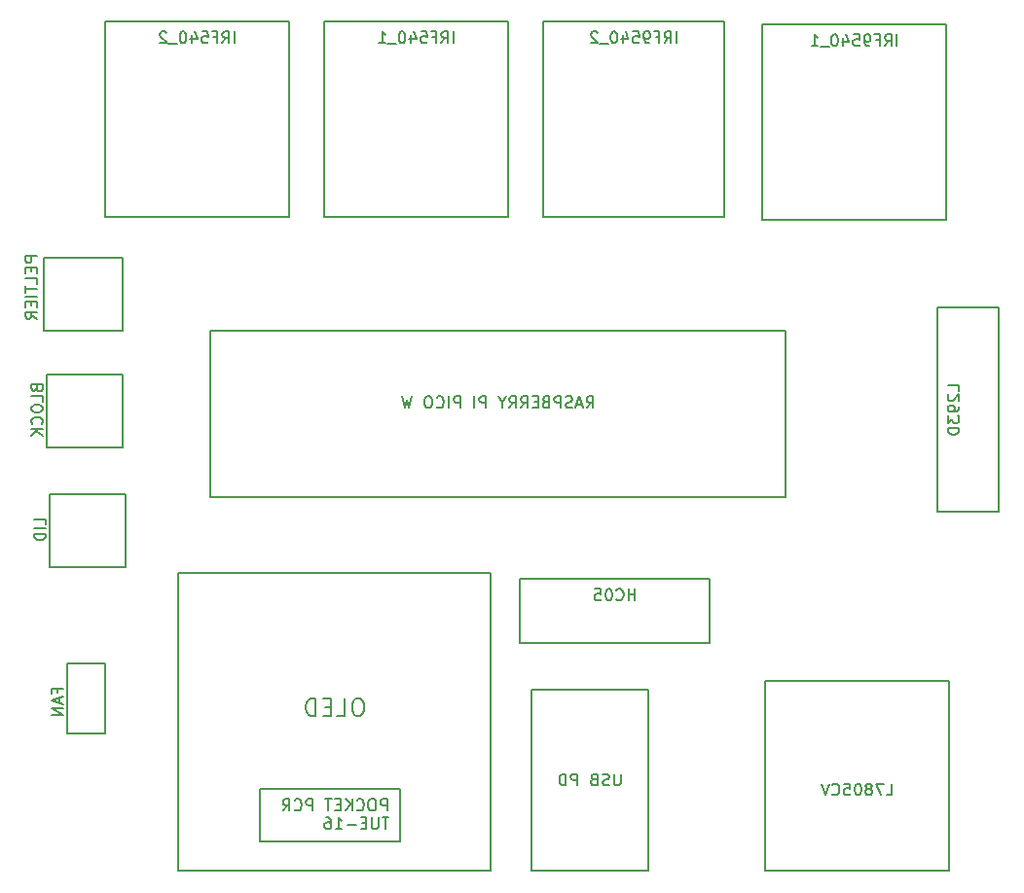
<source format=gbr>
%TF.GenerationSoftware,KiCad,Pcbnew,7.0.10*%
%TF.CreationDate,2024-03-26T13:20:44+05:30*%
%TF.ProjectId,PocketPCR,506f636b-6574-4504-9352-2e6b69636164,rev?*%
%TF.SameCoordinates,Original*%
%TF.FileFunction,Legend,Bot*%
%TF.FilePolarity,Positive*%
%FSLAX46Y46*%
G04 Gerber Fmt 4.6, Leading zero omitted, Abs format (unit mm)*
G04 Created by KiCad (PCBNEW 7.0.10) date 2024-03-26 13:20:44*
%MOMM*%
%LPD*%
G01*
G04 APERTURE LIST*
%ADD10C,0.150000*%
G04 APERTURE END LIST*
D10*
X86214009Y-110442476D02*
X86214009Y-110109143D01*
X86737819Y-110109143D02*
X85737819Y-110109143D01*
X85737819Y-110109143D02*
X85737819Y-110585333D01*
X86452104Y-110918667D02*
X86452104Y-111394857D01*
X86737819Y-110823429D02*
X85737819Y-111156762D01*
X85737819Y-111156762D02*
X86737819Y-111490095D01*
X86737819Y-111823429D02*
X85737819Y-111823429D01*
X85737819Y-111823429D02*
X86737819Y-112394857D01*
X86737819Y-112394857D02*
X85737819Y-112394857D01*
X85213819Y-95837428D02*
X85213819Y-95361238D01*
X85213819Y-95361238D02*
X84213819Y-95361238D01*
X85213819Y-96170762D02*
X84213819Y-96170762D01*
X85213819Y-96646952D02*
X84213819Y-96646952D01*
X84213819Y-96646952D02*
X84213819Y-96885047D01*
X84213819Y-96885047D02*
X84261438Y-97027904D01*
X84261438Y-97027904D02*
X84356676Y-97123142D01*
X84356676Y-97123142D02*
X84451914Y-97170761D01*
X84451914Y-97170761D02*
X84642390Y-97218380D01*
X84642390Y-97218380D02*
X84785247Y-97218380D01*
X84785247Y-97218380D02*
X84975723Y-97170761D01*
X84975723Y-97170761D02*
X85070961Y-97123142D01*
X85070961Y-97123142D02*
X85166200Y-97027904D01*
X85166200Y-97027904D02*
X85213819Y-96885047D01*
X85213819Y-96885047D02*
X85213819Y-96646952D01*
X84436009Y-83994857D02*
X84483628Y-84137714D01*
X84483628Y-84137714D02*
X84531247Y-84185333D01*
X84531247Y-84185333D02*
X84626485Y-84232952D01*
X84626485Y-84232952D02*
X84769342Y-84232952D01*
X84769342Y-84232952D02*
X84864580Y-84185333D01*
X84864580Y-84185333D02*
X84912200Y-84137714D01*
X84912200Y-84137714D02*
X84959819Y-84042476D01*
X84959819Y-84042476D02*
X84959819Y-83661524D01*
X84959819Y-83661524D02*
X83959819Y-83661524D01*
X83959819Y-83661524D02*
X83959819Y-83994857D01*
X83959819Y-83994857D02*
X84007438Y-84090095D01*
X84007438Y-84090095D02*
X84055057Y-84137714D01*
X84055057Y-84137714D02*
X84150295Y-84185333D01*
X84150295Y-84185333D02*
X84245533Y-84185333D01*
X84245533Y-84185333D02*
X84340771Y-84137714D01*
X84340771Y-84137714D02*
X84388390Y-84090095D01*
X84388390Y-84090095D02*
X84436009Y-83994857D01*
X84436009Y-83994857D02*
X84436009Y-83661524D01*
X84959819Y-85137714D02*
X84959819Y-84661524D01*
X84959819Y-84661524D02*
X83959819Y-84661524D01*
X83959819Y-85661524D02*
X83959819Y-85852000D01*
X83959819Y-85852000D02*
X84007438Y-85947238D01*
X84007438Y-85947238D02*
X84102676Y-86042476D01*
X84102676Y-86042476D02*
X84293152Y-86090095D01*
X84293152Y-86090095D02*
X84626485Y-86090095D01*
X84626485Y-86090095D02*
X84816961Y-86042476D01*
X84816961Y-86042476D02*
X84912200Y-85947238D01*
X84912200Y-85947238D02*
X84959819Y-85852000D01*
X84959819Y-85852000D02*
X84959819Y-85661524D01*
X84959819Y-85661524D02*
X84912200Y-85566286D01*
X84912200Y-85566286D02*
X84816961Y-85471048D01*
X84816961Y-85471048D02*
X84626485Y-85423429D01*
X84626485Y-85423429D02*
X84293152Y-85423429D01*
X84293152Y-85423429D02*
X84102676Y-85471048D01*
X84102676Y-85471048D02*
X84007438Y-85566286D01*
X84007438Y-85566286D02*
X83959819Y-85661524D01*
X84864580Y-87090095D02*
X84912200Y-87042476D01*
X84912200Y-87042476D02*
X84959819Y-86899619D01*
X84959819Y-86899619D02*
X84959819Y-86804381D01*
X84959819Y-86804381D02*
X84912200Y-86661524D01*
X84912200Y-86661524D02*
X84816961Y-86566286D01*
X84816961Y-86566286D02*
X84721723Y-86518667D01*
X84721723Y-86518667D02*
X84531247Y-86471048D01*
X84531247Y-86471048D02*
X84388390Y-86471048D01*
X84388390Y-86471048D02*
X84197914Y-86518667D01*
X84197914Y-86518667D02*
X84102676Y-86566286D01*
X84102676Y-86566286D02*
X84007438Y-86661524D01*
X84007438Y-86661524D02*
X83959819Y-86804381D01*
X83959819Y-86804381D02*
X83959819Y-86899619D01*
X83959819Y-86899619D02*
X84007438Y-87042476D01*
X84007438Y-87042476D02*
X84055057Y-87090095D01*
X84959819Y-87518667D02*
X83959819Y-87518667D01*
X84959819Y-88090095D02*
X84388390Y-87661524D01*
X83959819Y-88090095D02*
X84531247Y-87518667D01*
X84451819Y-72493524D02*
X83451819Y-72493524D01*
X83451819Y-72493524D02*
X83451819Y-72874476D01*
X83451819Y-72874476D02*
X83499438Y-72969714D01*
X83499438Y-72969714D02*
X83547057Y-73017333D01*
X83547057Y-73017333D02*
X83642295Y-73064952D01*
X83642295Y-73064952D02*
X83785152Y-73064952D01*
X83785152Y-73064952D02*
X83880390Y-73017333D01*
X83880390Y-73017333D02*
X83928009Y-72969714D01*
X83928009Y-72969714D02*
X83975628Y-72874476D01*
X83975628Y-72874476D02*
X83975628Y-72493524D01*
X83928009Y-73493524D02*
X83928009Y-73826857D01*
X84451819Y-73969714D02*
X84451819Y-73493524D01*
X84451819Y-73493524D02*
X83451819Y-73493524D01*
X83451819Y-73493524D02*
X83451819Y-73969714D01*
X84451819Y-74874476D02*
X84451819Y-74398286D01*
X84451819Y-74398286D02*
X83451819Y-74398286D01*
X83451819Y-75064953D02*
X83451819Y-75636381D01*
X84451819Y-75350667D02*
X83451819Y-75350667D01*
X84451819Y-75969715D02*
X83451819Y-75969715D01*
X83928009Y-76445905D02*
X83928009Y-76779238D01*
X84451819Y-76922095D02*
X84451819Y-76445905D01*
X84451819Y-76445905D02*
X83451819Y-76445905D01*
X83451819Y-76445905D02*
X83451819Y-76922095D01*
X84451819Y-77922095D02*
X83975628Y-77588762D01*
X84451819Y-77350667D02*
X83451819Y-77350667D01*
X83451819Y-77350667D02*
X83451819Y-77731619D01*
X83451819Y-77731619D02*
X83499438Y-77826857D01*
X83499438Y-77826857D02*
X83547057Y-77874476D01*
X83547057Y-77874476D02*
X83642295Y-77922095D01*
X83642295Y-77922095D02*
X83785152Y-77922095D01*
X83785152Y-77922095D02*
X83880390Y-77874476D01*
X83880390Y-77874476D02*
X83928009Y-77826857D01*
X83928009Y-77826857D02*
X83975628Y-77731619D01*
X83975628Y-77731619D02*
X83975628Y-77350667D01*
X136485094Y-102448819D02*
X136485094Y-101448819D01*
X136485094Y-101925009D02*
X135913666Y-101925009D01*
X135913666Y-102448819D02*
X135913666Y-101448819D01*
X134866047Y-102353580D02*
X134913666Y-102401200D01*
X134913666Y-102401200D02*
X135056523Y-102448819D01*
X135056523Y-102448819D02*
X135151761Y-102448819D01*
X135151761Y-102448819D02*
X135294618Y-102401200D01*
X135294618Y-102401200D02*
X135389856Y-102305961D01*
X135389856Y-102305961D02*
X135437475Y-102210723D01*
X135437475Y-102210723D02*
X135485094Y-102020247D01*
X135485094Y-102020247D02*
X135485094Y-101877390D01*
X135485094Y-101877390D02*
X135437475Y-101686914D01*
X135437475Y-101686914D02*
X135389856Y-101591676D01*
X135389856Y-101591676D02*
X135294618Y-101496438D01*
X135294618Y-101496438D02*
X135151761Y-101448819D01*
X135151761Y-101448819D02*
X135056523Y-101448819D01*
X135056523Y-101448819D02*
X134913666Y-101496438D01*
X134913666Y-101496438D02*
X134866047Y-101544057D01*
X134246999Y-101448819D02*
X134151761Y-101448819D01*
X134151761Y-101448819D02*
X134056523Y-101496438D01*
X134056523Y-101496438D02*
X134008904Y-101544057D01*
X134008904Y-101544057D02*
X133961285Y-101639295D01*
X133961285Y-101639295D02*
X133913666Y-101829771D01*
X133913666Y-101829771D02*
X133913666Y-102067866D01*
X133913666Y-102067866D02*
X133961285Y-102258342D01*
X133961285Y-102258342D02*
X134008904Y-102353580D01*
X134008904Y-102353580D02*
X134056523Y-102401200D01*
X134056523Y-102401200D02*
X134151761Y-102448819D01*
X134151761Y-102448819D02*
X134246999Y-102448819D01*
X134246999Y-102448819D02*
X134342237Y-102401200D01*
X134342237Y-102401200D02*
X134389856Y-102353580D01*
X134389856Y-102353580D02*
X134437475Y-102258342D01*
X134437475Y-102258342D02*
X134485094Y-102067866D01*
X134485094Y-102067866D02*
X134485094Y-101829771D01*
X134485094Y-101829771D02*
X134437475Y-101639295D01*
X134437475Y-101639295D02*
X134389856Y-101544057D01*
X134389856Y-101544057D02*
X134342237Y-101496438D01*
X134342237Y-101496438D02*
X134246999Y-101448819D01*
X133008904Y-101448819D02*
X133485094Y-101448819D01*
X133485094Y-101448819D02*
X133532713Y-101925009D01*
X133532713Y-101925009D02*
X133485094Y-101877390D01*
X133485094Y-101877390D02*
X133389856Y-101829771D01*
X133389856Y-101829771D02*
X133151761Y-101829771D01*
X133151761Y-101829771D02*
X133056523Y-101877390D01*
X133056523Y-101877390D02*
X133008904Y-101925009D01*
X133008904Y-101925009D02*
X132961285Y-102020247D01*
X132961285Y-102020247D02*
X132961285Y-102258342D01*
X132961285Y-102258342D02*
X133008904Y-102353580D01*
X133008904Y-102353580D02*
X133056523Y-102401200D01*
X133056523Y-102401200D02*
X133151761Y-102448819D01*
X133151761Y-102448819D02*
X133389856Y-102448819D01*
X133389856Y-102448819D02*
X133485094Y-102401200D01*
X133485094Y-102401200D02*
X133532713Y-102353580D01*
X126492000Y-100584000D02*
X143002000Y-100584000D01*
X143002000Y-106172000D01*
X126492000Y-106172000D01*
X126492000Y-100584000D01*
X159265475Y-54188819D02*
X159265475Y-53188819D01*
X158217857Y-54188819D02*
X158551190Y-53712628D01*
X158789285Y-54188819D02*
X158789285Y-53188819D01*
X158789285Y-53188819D02*
X158408333Y-53188819D01*
X158408333Y-53188819D02*
X158313095Y-53236438D01*
X158313095Y-53236438D02*
X158265476Y-53284057D01*
X158265476Y-53284057D02*
X158217857Y-53379295D01*
X158217857Y-53379295D02*
X158217857Y-53522152D01*
X158217857Y-53522152D02*
X158265476Y-53617390D01*
X158265476Y-53617390D02*
X158313095Y-53665009D01*
X158313095Y-53665009D02*
X158408333Y-53712628D01*
X158408333Y-53712628D02*
X158789285Y-53712628D01*
X157455952Y-53665009D02*
X157789285Y-53665009D01*
X157789285Y-54188819D02*
X157789285Y-53188819D01*
X157789285Y-53188819D02*
X157313095Y-53188819D01*
X156884523Y-54188819D02*
X156694047Y-54188819D01*
X156694047Y-54188819D02*
X156598809Y-54141200D01*
X156598809Y-54141200D02*
X156551190Y-54093580D01*
X156551190Y-54093580D02*
X156455952Y-53950723D01*
X156455952Y-53950723D02*
X156408333Y-53760247D01*
X156408333Y-53760247D02*
X156408333Y-53379295D01*
X156408333Y-53379295D02*
X156455952Y-53284057D01*
X156455952Y-53284057D02*
X156503571Y-53236438D01*
X156503571Y-53236438D02*
X156598809Y-53188819D01*
X156598809Y-53188819D02*
X156789285Y-53188819D01*
X156789285Y-53188819D02*
X156884523Y-53236438D01*
X156884523Y-53236438D02*
X156932142Y-53284057D01*
X156932142Y-53284057D02*
X156979761Y-53379295D01*
X156979761Y-53379295D02*
X156979761Y-53617390D01*
X156979761Y-53617390D02*
X156932142Y-53712628D01*
X156932142Y-53712628D02*
X156884523Y-53760247D01*
X156884523Y-53760247D02*
X156789285Y-53807866D01*
X156789285Y-53807866D02*
X156598809Y-53807866D01*
X156598809Y-53807866D02*
X156503571Y-53760247D01*
X156503571Y-53760247D02*
X156455952Y-53712628D01*
X156455952Y-53712628D02*
X156408333Y-53617390D01*
X155503571Y-53188819D02*
X155979761Y-53188819D01*
X155979761Y-53188819D02*
X156027380Y-53665009D01*
X156027380Y-53665009D02*
X155979761Y-53617390D01*
X155979761Y-53617390D02*
X155884523Y-53569771D01*
X155884523Y-53569771D02*
X155646428Y-53569771D01*
X155646428Y-53569771D02*
X155551190Y-53617390D01*
X155551190Y-53617390D02*
X155503571Y-53665009D01*
X155503571Y-53665009D02*
X155455952Y-53760247D01*
X155455952Y-53760247D02*
X155455952Y-53998342D01*
X155455952Y-53998342D02*
X155503571Y-54093580D01*
X155503571Y-54093580D02*
X155551190Y-54141200D01*
X155551190Y-54141200D02*
X155646428Y-54188819D01*
X155646428Y-54188819D02*
X155884523Y-54188819D01*
X155884523Y-54188819D02*
X155979761Y-54141200D01*
X155979761Y-54141200D02*
X156027380Y-54093580D01*
X154598809Y-53522152D02*
X154598809Y-54188819D01*
X154836904Y-53141200D02*
X155074999Y-53855485D01*
X155074999Y-53855485D02*
X154455952Y-53855485D01*
X153884523Y-53188819D02*
X153789285Y-53188819D01*
X153789285Y-53188819D02*
X153694047Y-53236438D01*
X153694047Y-53236438D02*
X153646428Y-53284057D01*
X153646428Y-53284057D02*
X153598809Y-53379295D01*
X153598809Y-53379295D02*
X153551190Y-53569771D01*
X153551190Y-53569771D02*
X153551190Y-53807866D01*
X153551190Y-53807866D02*
X153598809Y-53998342D01*
X153598809Y-53998342D02*
X153646428Y-54093580D01*
X153646428Y-54093580D02*
X153694047Y-54141200D01*
X153694047Y-54141200D02*
X153789285Y-54188819D01*
X153789285Y-54188819D02*
X153884523Y-54188819D01*
X153884523Y-54188819D02*
X153979761Y-54141200D01*
X153979761Y-54141200D02*
X154027380Y-54093580D01*
X154027380Y-54093580D02*
X154074999Y-53998342D01*
X154074999Y-53998342D02*
X154122618Y-53807866D01*
X154122618Y-53807866D02*
X154122618Y-53569771D01*
X154122618Y-53569771D02*
X154074999Y-53379295D01*
X154074999Y-53379295D02*
X154027380Y-53284057D01*
X154027380Y-53284057D02*
X153979761Y-53236438D01*
X153979761Y-53236438D02*
X153884523Y-53188819D01*
X153360714Y-54284057D02*
X152598809Y-54284057D01*
X151836904Y-54188819D02*
X152408332Y-54188819D01*
X152122618Y-54188819D02*
X152122618Y-53188819D01*
X152122618Y-53188819D02*
X152217856Y-53331676D01*
X152217856Y-53331676D02*
X152313094Y-53426914D01*
X152313094Y-53426914D02*
X152408332Y-53474533D01*
X147574000Y-52324000D02*
X163576000Y-52324000D01*
X163576000Y-69342000D01*
X147574000Y-69342000D01*
X147574000Y-52324000D01*
X114916220Y-120736819D02*
X114916220Y-119736819D01*
X114916220Y-119736819D02*
X114535268Y-119736819D01*
X114535268Y-119736819D02*
X114440030Y-119784438D01*
X114440030Y-119784438D02*
X114392411Y-119832057D01*
X114392411Y-119832057D02*
X114344792Y-119927295D01*
X114344792Y-119927295D02*
X114344792Y-120070152D01*
X114344792Y-120070152D02*
X114392411Y-120165390D01*
X114392411Y-120165390D02*
X114440030Y-120213009D01*
X114440030Y-120213009D02*
X114535268Y-120260628D01*
X114535268Y-120260628D02*
X114916220Y-120260628D01*
X113725744Y-119736819D02*
X113535268Y-119736819D01*
X113535268Y-119736819D02*
X113440030Y-119784438D01*
X113440030Y-119784438D02*
X113344792Y-119879676D01*
X113344792Y-119879676D02*
X113297173Y-120070152D01*
X113297173Y-120070152D02*
X113297173Y-120403485D01*
X113297173Y-120403485D02*
X113344792Y-120593961D01*
X113344792Y-120593961D02*
X113440030Y-120689200D01*
X113440030Y-120689200D02*
X113535268Y-120736819D01*
X113535268Y-120736819D02*
X113725744Y-120736819D01*
X113725744Y-120736819D02*
X113820982Y-120689200D01*
X113820982Y-120689200D02*
X113916220Y-120593961D01*
X113916220Y-120593961D02*
X113963839Y-120403485D01*
X113963839Y-120403485D02*
X113963839Y-120070152D01*
X113963839Y-120070152D02*
X113916220Y-119879676D01*
X113916220Y-119879676D02*
X113820982Y-119784438D01*
X113820982Y-119784438D02*
X113725744Y-119736819D01*
X112297173Y-120641580D02*
X112344792Y-120689200D01*
X112344792Y-120689200D02*
X112487649Y-120736819D01*
X112487649Y-120736819D02*
X112582887Y-120736819D01*
X112582887Y-120736819D02*
X112725744Y-120689200D01*
X112725744Y-120689200D02*
X112820982Y-120593961D01*
X112820982Y-120593961D02*
X112868601Y-120498723D01*
X112868601Y-120498723D02*
X112916220Y-120308247D01*
X112916220Y-120308247D02*
X112916220Y-120165390D01*
X112916220Y-120165390D02*
X112868601Y-119974914D01*
X112868601Y-119974914D02*
X112820982Y-119879676D01*
X112820982Y-119879676D02*
X112725744Y-119784438D01*
X112725744Y-119784438D02*
X112582887Y-119736819D01*
X112582887Y-119736819D02*
X112487649Y-119736819D01*
X112487649Y-119736819D02*
X112344792Y-119784438D01*
X112344792Y-119784438D02*
X112297173Y-119832057D01*
X111868601Y-120736819D02*
X111868601Y-119736819D01*
X111297173Y-120736819D02*
X111725744Y-120165390D01*
X111297173Y-119736819D02*
X111868601Y-120308247D01*
X110868601Y-120213009D02*
X110535268Y-120213009D01*
X110392411Y-120736819D02*
X110868601Y-120736819D01*
X110868601Y-120736819D02*
X110868601Y-119736819D01*
X110868601Y-119736819D02*
X110392411Y-119736819D01*
X110106696Y-119736819D02*
X109535268Y-119736819D01*
X109820982Y-120736819D02*
X109820982Y-119736819D01*
X108440029Y-120736819D02*
X108440029Y-119736819D01*
X108440029Y-119736819D02*
X108059077Y-119736819D01*
X108059077Y-119736819D02*
X107963839Y-119784438D01*
X107963839Y-119784438D02*
X107916220Y-119832057D01*
X107916220Y-119832057D02*
X107868601Y-119927295D01*
X107868601Y-119927295D02*
X107868601Y-120070152D01*
X107868601Y-120070152D02*
X107916220Y-120165390D01*
X107916220Y-120165390D02*
X107963839Y-120213009D01*
X107963839Y-120213009D02*
X108059077Y-120260628D01*
X108059077Y-120260628D02*
X108440029Y-120260628D01*
X106868601Y-120641580D02*
X106916220Y-120689200D01*
X106916220Y-120689200D02*
X107059077Y-120736819D01*
X107059077Y-120736819D02*
X107154315Y-120736819D01*
X107154315Y-120736819D02*
X107297172Y-120689200D01*
X107297172Y-120689200D02*
X107392410Y-120593961D01*
X107392410Y-120593961D02*
X107440029Y-120498723D01*
X107440029Y-120498723D02*
X107487648Y-120308247D01*
X107487648Y-120308247D02*
X107487648Y-120165390D01*
X107487648Y-120165390D02*
X107440029Y-119974914D01*
X107440029Y-119974914D02*
X107392410Y-119879676D01*
X107392410Y-119879676D02*
X107297172Y-119784438D01*
X107297172Y-119784438D02*
X107154315Y-119736819D01*
X107154315Y-119736819D02*
X107059077Y-119736819D01*
X107059077Y-119736819D02*
X106916220Y-119784438D01*
X106916220Y-119784438D02*
X106868601Y-119832057D01*
X105868601Y-120736819D02*
X106201934Y-120260628D01*
X106440029Y-120736819D02*
X106440029Y-119736819D01*
X106440029Y-119736819D02*
X106059077Y-119736819D01*
X106059077Y-119736819D02*
X105963839Y-119784438D01*
X105963839Y-119784438D02*
X105916220Y-119832057D01*
X105916220Y-119832057D02*
X105868601Y-119927295D01*
X105868601Y-119927295D02*
X105868601Y-120070152D01*
X105868601Y-120070152D02*
X105916220Y-120165390D01*
X105916220Y-120165390D02*
X105963839Y-120213009D01*
X105963839Y-120213009D02*
X106059077Y-120260628D01*
X106059077Y-120260628D02*
X106440029Y-120260628D01*
X115059077Y-121346819D02*
X114487649Y-121346819D01*
X114773363Y-122346819D02*
X114773363Y-121346819D01*
X114154315Y-121346819D02*
X114154315Y-122156342D01*
X114154315Y-122156342D02*
X114106696Y-122251580D01*
X114106696Y-122251580D02*
X114059077Y-122299200D01*
X114059077Y-122299200D02*
X113963839Y-122346819D01*
X113963839Y-122346819D02*
X113773363Y-122346819D01*
X113773363Y-122346819D02*
X113678125Y-122299200D01*
X113678125Y-122299200D02*
X113630506Y-122251580D01*
X113630506Y-122251580D02*
X113582887Y-122156342D01*
X113582887Y-122156342D02*
X113582887Y-121346819D01*
X113106696Y-121823009D02*
X112773363Y-121823009D01*
X112630506Y-122346819D02*
X113106696Y-122346819D01*
X113106696Y-122346819D02*
X113106696Y-121346819D01*
X113106696Y-121346819D02*
X112630506Y-121346819D01*
X112201934Y-121965866D02*
X111440030Y-121965866D01*
X110440030Y-122346819D02*
X111011458Y-122346819D01*
X110725744Y-122346819D02*
X110725744Y-121346819D01*
X110725744Y-121346819D02*
X110820982Y-121489676D01*
X110820982Y-121489676D02*
X110916220Y-121584914D01*
X110916220Y-121584914D02*
X111011458Y-121632533D01*
X109582887Y-121346819D02*
X109773363Y-121346819D01*
X109773363Y-121346819D02*
X109868601Y-121394438D01*
X109868601Y-121394438D02*
X109916220Y-121442057D01*
X109916220Y-121442057D02*
X110011458Y-121584914D01*
X110011458Y-121584914D02*
X110059077Y-121775390D01*
X110059077Y-121775390D02*
X110059077Y-122156342D01*
X110059077Y-122156342D02*
X110011458Y-122251580D01*
X110011458Y-122251580D02*
X109963839Y-122299200D01*
X109963839Y-122299200D02*
X109868601Y-122346819D01*
X109868601Y-122346819D02*
X109678125Y-122346819D01*
X109678125Y-122346819D02*
X109582887Y-122299200D01*
X109582887Y-122299200D02*
X109535268Y-122251580D01*
X109535268Y-122251580D02*
X109487649Y-122156342D01*
X109487649Y-122156342D02*
X109487649Y-121918247D01*
X109487649Y-121918247D02*
X109535268Y-121823009D01*
X109535268Y-121823009D02*
X109582887Y-121775390D01*
X109582887Y-121775390D02*
X109678125Y-121727771D01*
X109678125Y-121727771D02*
X109868601Y-121727771D01*
X109868601Y-121727771D02*
X109963839Y-121775390D01*
X109963839Y-121775390D02*
X110011458Y-121823009D01*
X110011458Y-121823009D02*
X110059077Y-121918247D01*
X103886000Y-118872000D02*
X116078000Y-118872000D01*
X116078000Y-123444000D01*
X103886000Y-123444000D01*
X103886000Y-118872000D01*
X120689285Y-53934819D02*
X120689285Y-52934819D01*
X119641667Y-53934819D02*
X119975000Y-53458628D01*
X120213095Y-53934819D02*
X120213095Y-52934819D01*
X120213095Y-52934819D02*
X119832143Y-52934819D01*
X119832143Y-52934819D02*
X119736905Y-52982438D01*
X119736905Y-52982438D02*
X119689286Y-53030057D01*
X119689286Y-53030057D02*
X119641667Y-53125295D01*
X119641667Y-53125295D02*
X119641667Y-53268152D01*
X119641667Y-53268152D02*
X119689286Y-53363390D01*
X119689286Y-53363390D02*
X119736905Y-53411009D01*
X119736905Y-53411009D02*
X119832143Y-53458628D01*
X119832143Y-53458628D02*
X120213095Y-53458628D01*
X118879762Y-53411009D02*
X119213095Y-53411009D01*
X119213095Y-53934819D02*
X119213095Y-52934819D01*
X119213095Y-52934819D02*
X118736905Y-52934819D01*
X117879762Y-52934819D02*
X118355952Y-52934819D01*
X118355952Y-52934819D02*
X118403571Y-53411009D01*
X118403571Y-53411009D02*
X118355952Y-53363390D01*
X118355952Y-53363390D02*
X118260714Y-53315771D01*
X118260714Y-53315771D02*
X118022619Y-53315771D01*
X118022619Y-53315771D02*
X117927381Y-53363390D01*
X117927381Y-53363390D02*
X117879762Y-53411009D01*
X117879762Y-53411009D02*
X117832143Y-53506247D01*
X117832143Y-53506247D02*
X117832143Y-53744342D01*
X117832143Y-53744342D02*
X117879762Y-53839580D01*
X117879762Y-53839580D02*
X117927381Y-53887200D01*
X117927381Y-53887200D02*
X118022619Y-53934819D01*
X118022619Y-53934819D02*
X118260714Y-53934819D01*
X118260714Y-53934819D02*
X118355952Y-53887200D01*
X118355952Y-53887200D02*
X118403571Y-53839580D01*
X116975000Y-53268152D02*
X116975000Y-53934819D01*
X117213095Y-52887200D02*
X117451190Y-53601485D01*
X117451190Y-53601485D02*
X116832143Y-53601485D01*
X116260714Y-52934819D02*
X116165476Y-52934819D01*
X116165476Y-52934819D02*
X116070238Y-52982438D01*
X116070238Y-52982438D02*
X116022619Y-53030057D01*
X116022619Y-53030057D02*
X115975000Y-53125295D01*
X115975000Y-53125295D02*
X115927381Y-53315771D01*
X115927381Y-53315771D02*
X115927381Y-53553866D01*
X115927381Y-53553866D02*
X115975000Y-53744342D01*
X115975000Y-53744342D02*
X116022619Y-53839580D01*
X116022619Y-53839580D02*
X116070238Y-53887200D01*
X116070238Y-53887200D02*
X116165476Y-53934819D01*
X116165476Y-53934819D02*
X116260714Y-53934819D01*
X116260714Y-53934819D02*
X116355952Y-53887200D01*
X116355952Y-53887200D02*
X116403571Y-53839580D01*
X116403571Y-53839580D02*
X116451190Y-53744342D01*
X116451190Y-53744342D02*
X116498809Y-53553866D01*
X116498809Y-53553866D02*
X116498809Y-53315771D01*
X116498809Y-53315771D02*
X116451190Y-53125295D01*
X116451190Y-53125295D02*
X116403571Y-53030057D01*
X116403571Y-53030057D02*
X116355952Y-52982438D01*
X116355952Y-52982438D02*
X116260714Y-52934819D01*
X115736905Y-54030057D02*
X114975000Y-54030057D01*
X114213095Y-53934819D02*
X114784523Y-53934819D01*
X114498809Y-53934819D02*
X114498809Y-52934819D01*
X114498809Y-52934819D02*
X114594047Y-53077676D01*
X114594047Y-53077676D02*
X114689285Y-53172914D01*
X114689285Y-53172914D02*
X114784523Y-53220533D01*
X109474000Y-52070000D02*
X125476000Y-52070000D01*
X125476000Y-69088000D01*
X109474000Y-69088000D01*
X109474000Y-52070000D01*
X135230856Y-117540819D02*
X135230856Y-118350342D01*
X135230856Y-118350342D02*
X135183237Y-118445580D01*
X135183237Y-118445580D02*
X135135618Y-118493200D01*
X135135618Y-118493200D02*
X135040380Y-118540819D01*
X135040380Y-118540819D02*
X134849904Y-118540819D01*
X134849904Y-118540819D02*
X134754666Y-118493200D01*
X134754666Y-118493200D02*
X134707047Y-118445580D01*
X134707047Y-118445580D02*
X134659428Y-118350342D01*
X134659428Y-118350342D02*
X134659428Y-117540819D01*
X134230856Y-118493200D02*
X134087999Y-118540819D01*
X134087999Y-118540819D02*
X133849904Y-118540819D01*
X133849904Y-118540819D02*
X133754666Y-118493200D01*
X133754666Y-118493200D02*
X133707047Y-118445580D01*
X133707047Y-118445580D02*
X133659428Y-118350342D01*
X133659428Y-118350342D02*
X133659428Y-118255104D01*
X133659428Y-118255104D02*
X133707047Y-118159866D01*
X133707047Y-118159866D02*
X133754666Y-118112247D01*
X133754666Y-118112247D02*
X133849904Y-118064628D01*
X133849904Y-118064628D02*
X134040380Y-118017009D01*
X134040380Y-118017009D02*
X134135618Y-117969390D01*
X134135618Y-117969390D02*
X134183237Y-117921771D01*
X134183237Y-117921771D02*
X134230856Y-117826533D01*
X134230856Y-117826533D02*
X134230856Y-117731295D01*
X134230856Y-117731295D02*
X134183237Y-117636057D01*
X134183237Y-117636057D02*
X134135618Y-117588438D01*
X134135618Y-117588438D02*
X134040380Y-117540819D01*
X134040380Y-117540819D02*
X133802285Y-117540819D01*
X133802285Y-117540819D02*
X133659428Y-117588438D01*
X132897523Y-118017009D02*
X132754666Y-118064628D01*
X132754666Y-118064628D02*
X132707047Y-118112247D01*
X132707047Y-118112247D02*
X132659428Y-118207485D01*
X132659428Y-118207485D02*
X132659428Y-118350342D01*
X132659428Y-118350342D02*
X132707047Y-118445580D01*
X132707047Y-118445580D02*
X132754666Y-118493200D01*
X132754666Y-118493200D02*
X132849904Y-118540819D01*
X132849904Y-118540819D02*
X133230856Y-118540819D01*
X133230856Y-118540819D02*
X133230856Y-117540819D01*
X133230856Y-117540819D02*
X132897523Y-117540819D01*
X132897523Y-117540819D02*
X132802285Y-117588438D01*
X132802285Y-117588438D02*
X132754666Y-117636057D01*
X132754666Y-117636057D02*
X132707047Y-117731295D01*
X132707047Y-117731295D02*
X132707047Y-117826533D01*
X132707047Y-117826533D02*
X132754666Y-117921771D01*
X132754666Y-117921771D02*
X132802285Y-117969390D01*
X132802285Y-117969390D02*
X132897523Y-118017009D01*
X132897523Y-118017009D02*
X133230856Y-118017009D01*
X131468951Y-118540819D02*
X131468951Y-117540819D01*
X131468951Y-117540819D02*
X131087999Y-117540819D01*
X131087999Y-117540819D02*
X130992761Y-117588438D01*
X130992761Y-117588438D02*
X130945142Y-117636057D01*
X130945142Y-117636057D02*
X130897523Y-117731295D01*
X130897523Y-117731295D02*
X130897523Y-117874152D01*
X130897523Y-117874152D02*
X130945142Y-117969390D01*
X130945142Y-117969390D02*
X130992761Y-118017009D01*
X130992761Y-118017009D02*
X131087999Y-118064628D01*
X131087999Y-118064628D02*
X131468951Y-118064628D01*
X130468951Y-118540819D02*
X130468951Y-117540819D01*
X130468951Y-117540819D02*
X130230856Y-117540819D01*
X130230856Y-117540819D02*
X130087999Y-117588438D01*
X130087999Y-117588438D02*
X129992761Y-117683676D01*
X129992761Y-117683676D02*
X129945142Y-117778914D01*
X129945142Y-117778914D02*
X129897523Y-117969390D01*
X129897523Y-117969390D02*
X129897523Y-118112247D01*
X129897523Y-118112247D02*
X129945142Y-118302723D01*
X129945142Y-118302723D02*
X129992761Y-118397961D01*
X129992761Y-118397961D02*
X130087999Y-118493200D01*
X130087999Y-118493200D02*
X130230856Y-118540819D01*
X130230856Y-118540819D02*
X130468951Y-118540819D01*
X127508000Y-110236000D02*
X137668000Y-110236000D01*
X137668000Y-125984000D01*
X127508000Y-125984000D01*
X127508000Y-110236000D01*
X132277476Y-85688819D02*
X132610809Y-85212628D01*
X132848904Y-85688819D02*
X132848904Y-84688819D01*
X132848904Y-84688819D02*
X132467952Y-84688819D01*
X132467952Y-84688819D02*
X132372714Y-84736438D01*
X132372714Y-84736438D02*
X132325095Y-84784057D01*
X132325095Y-84784057D02*
X132277476Y-84879295D01*
X132277476Y-84879295D02*
X132277476Y-85022152D01*
X132277476Y-85022152D02*
X132325095Y-85117390D01*
X132325095Y-85117390D02*
X132372714Y-85165009D01*
X132372714Y-85165009D02*
X132467952Y-85212628D01*
X132467952Y-85212628D02*
X132848904Y-85212628D01*
X131896523Y-85403104D02*
X131420333Y-85403104D01*
X131991761Y-85688819D02*
X131658428Y-84688819D01*
X131658428Y-84688819D02*
X131325095Y-85688819D01*
X131039380Y-85641200D02*
X130896523Y-85688819D01*
X130896523Y-85688819D02*
X130658428Y-85688819D01*
X130658428Y-85688819D02*
X130563190Y-85641200D01*
X130563190Y-85641200D02*
X130515571Y-85593580D01*
X130515571Y-85593580D02*
X130467952Y-85498342D01*
X130467952Y-85498342D02*
X130467952Y-85403104D01*
X130467952Y-85403104D02*
X130515571Y-85307866D01*
X130515571Y-85307866D02*
X130563190Y-85260247D01*
X130563190Y-85260247D02*
X130658428Y-85212628D01*
X130658428Y-85212628D02*
X130848904Y-85165009D01*
X130848904Y-85165009D02*
X130944142Y-85117390D01*
X130944142Y-85117390D02*
X130991761Y-85069771D01*
X130991761Y-85069771D02*
X131039380Y-84974533D01*
X131039380Y-84974533D02*
X131039380Y-84879295D01*
X131039380Y-84879295D02*
X130991761Y-84784057D01*
X130991761Y-84784057D02*
X130944142Y-84736438D01*
X130944142Y-84736438D02*
X130848904Y-84688819D01*
X130848904Y-84688819D02*
X130610809Y-84688819D01*
X130610809Y-84688819D02*
X130467952Y-84736438D01*
X130039380Y-85688819D02*
X130039380Y-84688819D01*
X130039380Y-84688819D02*
X129658428Y-84688819D01*
X129658428Y-84688819D02*
X129563190Y-84736438D01*
X129563190Y-84736438D02*
X129515571Y-84784057D01*
X129515571Y-84784057D02*
X129467952Y-84879295D01*
X129467952Y-84879295D02*
X129467952Y-85022152D01*
X129467952Y-85022152D02*
X129515571Y-85117390D01*
X129515571Y-85117390D02*
X129563190Y-85165009D01*
X129563190Y-85165009D02*
X129658428Y-85212628D01*
X129658428Y-85212628D02*
X130039380Y-85212628D01*
X128706047Y-85165009D02*
X128563190Y-85212628D01*
X128563190Y-85212628D02*
X128515571Y-85260247D01*
X128515571Y-85260247D02*
X128467952Y-85355485D01*
X128467952Y-85355485D02*
X128467952Y-85498342D01*
X128467952Y-85498342D02*
X128515571Y-85593580D01*
X128515571Y-85593580D02*
X128563190Y-85641200D01*
X128563190Y-85641200D02*
X128658428Y-85688819D01*
X128658428Y-85688819D02*
X129039380Y-85688819D01*
X129039380Y-85688819D02*
X129039380Y-84688819D01*
X129039380Y-84688819D02*
X128706047Y-84688819D01*
X128706047Y-84688819D02*
X128610809Y-84736438D01*
X128610809Y-84736438D02*
X128563190Y-84784057D01*
X128563190Y-84784057D02*
X128515571Y-84879295D01*
X128515571Y-84879295D02*
X128515571Y-84974533D01*
X128515571Y-84974533D02*
X128563190Y-85069771D01*
X128563190Y-85069771D02*
X128610809Y-85117390D01*
X128610809Y-85117390D02*
X128706047Y-85165009D01*
X128706047Y-85165009D02*
X129039380Y-85165009D01*
X128039380Y-85165009D02*
X127706047Y-85165009D01*
X127563190Y-85688819D02*
X128039380Y-85688819D01*
X128039380Y-85688819D02*
X128039380Y-84688819D01*
X128039380Y-84688819D02*
X127563190Y-84688819D01*
X126563190Y-85688819D02*
X126896523Y-85212628D01*
X127134618Y-85688819D02*
X127134618Y-84688819D01*
X127134618Y-84688819D02*
X126753666Y-84688819D01*
X126753666Y-84688819D02*
X126658428Y-84736438D01*
X126658428Y-84736438D02*
X126610809Y-84784057D01*
X126610809Y-84784057D02*
X126563190Y-84879295D01*
X126563190Y-84879295D02*
X126563190Y-85022152D01*
X126563190Y-85022152D02*
X126610809Y-85117390D01*
X126610809Y-85117390D02*
X126658428Y-85165009D01*
X126658428Y-85165009D02*
X126753666Y-85212628D01*
X126753666Y-85212628D02*
X127134618Y-85212628D01*
X125563190Y-85688819D02*
X125896523Y-85212628D01*
X126134618Y-85688819D02*
X126134618Y-84688819D01*
X126134618Y-84688819D02*
X125753666Y-84688819D01*
X125753666Y-84688819D02*
X125658428Y-84736438D01*
X125658428Y-84736438D02*
X125610809Y-84784057D01*
X125610809Y-84784057D02*
X125563190Y-84879295D01*
X125563190Y-84879295D02*
X125563190Y-85022152D01*
X125563190Y-85022152D02*
X125610809Y-85117390D01*
X125610809Y-85117390D02*
X125658428Y-85165009D01*
X125658428Y-85165009D02*
X125753666Y-85212628D01*
X125753666Y-85212628D02*
X126134618Y-85212628D01*
X124944142Y-85212628D02*
X124944142Y-85688819D01*
X125277475Y-84688819D02*
X124944142Y-85212628D01*
X124944142Y-85212628D02*
X124610809Y-84688819D01*
X123515570Y-85688819D02*
X123515570Y-84688819D01*
X123515570Y-84688819D02*
X123134618Y-84688819D01*
X123134618Y-84688819D02*
X123039380Y-84736438D01*
X123039380Y-84736438D02*
X122991761Y-84784057D01*
X122991761Y-84784057D02*
X122944142Y-84879295D01*
X122944142Y-84879295D02*
X122944142Y-85022152D01*
X122944142Y-85022152D02*
X122991761Y-85117390D01*
X122991761Y-85117390D02*
X123039380Y-85165009D01*
X123039380Y-85165009D02*
X123134618Y-85212628D01*
X123134618Y-85212628D02*
X123515570Y-85212628D01*
X122515570Y-85688819D02*
X122515570Y-84688819D01*
X121277475Y-85688819D02*
X121277475Y-84688819D01*
X121277475Y-84688819D02*
X120896523Y-84688819D01*
X120896523Y-84688819D02*
X120801285Y-84736438D01*
X120801285Y-84736438D02*
X120753666Y-84784057D01*
X120753666Y-84784057D02*
X120706047Y-84879295D01*
X120706047Y-84879295D02*
X120706047Y-85022152D01*
X120706047Y-85022152D02*
X120753666Y-85117390D01*
X120753666Y-85117390D02*
X120801285Y-85165009D01*
X120801285Y-85165009D02*
X120896523Y-85212628D01*
X120896523Y-85212628D02*
X121277475Y-85212628D01*
X120277475Y-85688819D02*
X120277475Y-84688819D01*
X119229857Y-85593580D02*
X119277476Y-85641200D01*
X119277476Y-85641200D02*
X119420333Y-85688819D01*
X119420333Y-85688819D02*
X119515571Y-85688819D01*
X119515571Y-85688819D02*
X119658428Y-85641200D01*
X119658428Y-85641200D02*
X119753666Y-85545961D01*
X119753666Y-85545961D02*
X119801285Y-85450723D01*
X119801285Y-85450723D02*
X119848904Y-85260247D01*
X119848904Y-85260247D02*
X119848904Y-85117390D01*
X119848904Y-85117390D02*
X119801285Y-84926914D01*
X119801285Y-84926914D02*
X119753666Y-84831676D01*
X119753666Y-84831676D02*
X119658428Y-84736438D01*
X119658428Y-84736438D02*
X119515571Y-84688819D01*
X119515571Y-84688819D02*
X119420333Y-84688819D01*
X119420333Y-84688819D02*
X119277476Y-84736438D01*
X119277476Y-84736438D02*
X119229857Y-84784057D01*
X118610809Y-84688819D02*
X118420333Y-84688819D01*
X118420333Y-84688819D02*
X118325095Y-84736438D01*
X118325095Y-84736438D02*
X118229857Y-84831676D01*
X118229857Y-84831676D02*
X118182238Y-85022152D01*
X118182238Y-85022152D02*
X118182238Y-85355485D01*
X118182238Y-85355485D02*
X118229857Y-85545961D01*
X118229857Y-85545961D02*
X118325095Y-85641200D01*
X118325095Y-85641200D02*
X118420333Y-85688819D01*
X118420333Y-85688819D02*
X118610809Y-85688819D01*
X118610809Y-85688819D02*
X118706047Y-85641200D01*
X118706047Y-85641200D02*
X118801285Y-85545961D01*
X118801285Y-85545961D02*
X118848904Y-85355485D01*
X118848904Y-85355485D02*
X118848904Y-85022152D01*
X118848904Y-85022152D02*
X118801285Y-84831676D01*
X118801285Y-84831676D02*
X118706047Y-84736438D01*
X118706047Y-84736438D02*
X118610809Y-84688819D01*
X117086999Y-84688819D02*
X116848904Y-85688819D01*
X116848904Y-85688819D02*
X116658428Y-84974533D01*
X116658428Y-84974533D02*
X116467952Y-85688819D01*
X116467952Y-85688819D02*
X116229857Y-84688819D01*
X99568000Y-78994000D02*
X149606000Y-78994000D01*
X149606000Y-93472000D01*
X99568000Y-93472000D01*
X99568000Y-78994000D01*
X112541571Y-110999628D02*
X112255857Y-110999628D01*
X112255857Y-110999628D02*
X112113000Y-111071057D01*
X112113000Y-111071057D02*
X111970143Y-111213914D01*
X111970143Y-111213914D02*
X111898714Y-111499628D01*
X111898714Y-111499628D02*
X111898714Y-111999628D01*
X111898714Y-111999628D02*
X111970143Y-112285342D01*
X111970143Y-112285342D02*
X112113000Y-112428200D01*
X112113000Y-112428200D02*
X112255857Y-112499628D01*
X112255857Y-112499628D02*
X112541571Y-112499628D01*
X112541571Y-112499628D02*
X112684429Y-112428200D01*
X112684429Y-112428200D02*
X112827286Y-112285342D01*
X112827286Y-112285342D02*
X112898714Y-111999628D01*
X112898714Y-111999628D02*
X112898714Y-111499628D01*
X112898714Y-111499628D02*
X112827286Y-111213914D01*
X112827286Y-111213914D02*
X112684429Y-111071057D01*
X112684429Y-111071057D02*
X112541571Y-110999628D01*
X110541571Y-112499628D02*
X111255857Y-112499628D01*
X111255857Y-112499628D02*
X111255857Y-110999628D01*
X110041571Y-111713914D02*
X109541571Y-111713914D01*
X109327285Y-112499628D02*
X110041571Y-112499628D01*
X110041571Y-112499628D02*
X110041571Y-110999628D01*
X110041571Y-110999628D02*
X109327285Y-110999628D01*
X108684428Y-112499628D02*
X108684428Y-110999628D01*
X108684428Y-110999628D02*
X108327285Y-110999628D01*
X108327285Y-110999628D02*
X108112999Y-111071057D01*
X108112999Y-111071057D02*
X107970142Y-111213914D01*
X107970142Y-111213914D02*
X107898713Y-111356771D01*
X107898713Y-111356771D02*
X107827285Y-111642485D01*
X107827285Y-111642485D02*
X107827285Y-111856771D01*
X107827285Y-111856771D02*
X107898713Y-112142485D01*
X107898713Y-112142485D02*
X107970142Y-112285342D01*
X107970142Y-112285342D02*
X108112999Y-112428200D01*
X108112999Y-112428200D02*
X108327285Y-112499628D01*
X108327285Y-112499628D02*
X108684428Y-112499628D01*
X96774000Y-100076000D02*
X123952000Y-100076000D01*
X123952000Y-125984000D01*
X96774000Y-125984000D01*
X96774000Y-100076000D01*
X158352809Y-119388819D02*
X158828999Y-119388819D01*
X158828999Y-119388819D02*
X158828999Y-118388819D01*
X158114713Y-118388819D02*
X157448047Y-118388819D01*
X157448047Y-118388819D02*
X157876618Y-119388819D01*
X156924237Y-118817390D02*
X157019475Y-118769771D01*
X157019475Y-118769771D02*
X157067094Y-118722152D01*
X157067094Y-118722152D02*
X157114713Y-118626914D01*
X157114713Y-118626914D02*
X157114713Y-118579295D01*
X157114713Y-118579295D02*
X157067094Y-118484057D01*
X157067094Y-118484057D02*
X157019475Y-118436438D01*
X157019475Y-118436438D02*
X156924237Y-118388819D01*
X156924237Y-118388819D02*
X156733761Y-118388819D01*
X156733761Y-118388819D02*
X156638523Y-118436438D01*
X156638523Y-118436438D02*
X156590904Y-118484057D01*
X156590904Y-118484057D02*
X156543285Y-118579295D01*
X156543285Y-118579295D02*
X156543285Y-118626914D01*
X156543285Y-118626914D02*
X156590904Y-118722152D01*
X156590904Y-118722152D02*
X156638523Y-118769771D01*
X156638523Y-118769771D02*
X156733761Y-118817390D01*
X156733761Y-118817390D02*
X156924237Y-118817390D01*
X156924237Y-118817390D02*
X157019475Y-118865009D01*
X157019475Y-118865009D02*
X157067094Y-118912628D01*
X157067094Y-118912628D02*
X157114713Y-119007866D01*
X157114713Y-119007866D02*
X157114713Y-119198342D01*
X157114713Y-119198342D02*
X157067094Y-119293580D01*
X157067094Y-119293580D02*
X157019475Y-119341200D01*
X157019475Y-119341200D02*
X156924237Y-119388819D01*
X156924237Y-119388819D02*
X156733761Y-119388819D01*
X156733761Y-119388819D02*
X156638523Y-119341200D01*
X156638523Y-119341200D02*
X156590904Y-119293580D01*
X156590904Y-119293580D02*
X156543285Y-119198342D01*
X156543285Y-119198342D02*
X156543285Y-119007866D01*
X156543285Y-119007866D02*
X156590904Y-118912628D01*
X156590904Y-118912628D02*
X156638523Y-118865009D01*
X156638523Y-118865009D02*
X156733761Y-118817390D01*
X155924237Y-118388819D02*
X155828999Y-118388819D01*
X155828999Y-118388819D02*
X155733761Y-118436438D01*
X155733761Y-118436438D02*
X155686142Y-118484057D01*
X155686142Y-118484057D02*
X155638523Y-118579295D01*
X155638523Y-118579295D02*
X155590904Y-118769771D01*
X155590904Y-118769771D02*
X155590904Y-119007866D01*
X155590904Y-119007866D02*
X155638523Y-119198342D01*
X155638523Y-119198342D02*
X155686142Y-119293580D01*
X155686142Y-119293580D02*
X155733761Y-119341200D01*
X155733761Y-119341200D02*
X155828999Y-119388819D01*
X155828999Y-119388819D02*
X155924237Y-119388819D01*
X155924237Y-119388819D02*
X156019475Y-119341200D01*
X156019475Y-119341200D02*
X156067094Y-119293580D01*
X156067094Y-119293580D02*
X156114713Y-119198342D01*
X156114713Y-119198342D02*
X156162332Y-119007866D01*
X156162332Y-119007866D02*
X156162332Y-118769771D01*
X156162332Y-118769771D02*
X156114713Y-118579295D01*
X156114713Y-118579295D02*
X156067094Y-118484057D01*
X156067094Y-118484057D02*
X156019475Y-118436438D01*
X156019475Y-118436438D02*
X155924237Y-118388819D01*
X154686142Y-118388819D02*
X155162332Y-118388819D01*
X155162332Y-118388819D02*
X155209951Y-118865009D01*
X155209951Y-118865009D02*
X155162332Y-118817390D01*
X155162332Y-118817390D02*
X155067094Y-118769771D01*
X155067094Y-118769771D02*
X154828999Y-118769771D01*
X154828999Y-118769771D02*
X154733761Y-118817390D01*
X154733761Y-118817390D02*
X154686142Y-118865009D01*
X154686142Y-118865009D02*
X154638523Y-118960247D01*
X154638523Y-118960247D02*
X154638523Y-119198342D01*
X154638523Y-119198342D02*
X154686142Y-119293580D01*
X154686142Y-119293580D02*
X154733761Y-119341200D01*
X154733761Y-119341200D02*
X154828999Y-119388819D01*
X154828999Y-119388819D02*
X155067094Y-119388819D01*
X155067094Y-119388819D02*
X155162332Y-119341200D01*
X155162332Y-119341200D02*
X155209951Y-119293580D01*
X153638523Y-119293580D02*
X153686142Y-119341200D01*
X153686142Y-119341200D02*
X153828999Y-119388819D01*
X153828999Y-119388819D02*
X153924237Y-119388819D01*
X153924237Y-119388819D02*
X154067094Y-119341200D01*
X154067094Y-119341200D02*
X154162332Y-119245961D01*
X154162332Y-119245961D02*
X154209951Y-119150723D01*
X154209951Y-119150723D02*
X154257570Y-118960247D01*
X154257570Y-118960247D02*
X154257570Y-118817390D01*
X154257570Y-118817390D02*
X154209951Y-118626914D01*
X154209951Y-118626914D02*
X154162332Y-118531676D01*
X154162332Y-118531676D02*
X154067094Y-118436438D01*
X154067094Y-118436438D02*
X153924237Y-118388819D01*
X153924237Y-118388819D02*
X153828999Y-118388819D01*
X153828999Y-118388819D02*
X153686142Y-118436438D01*
X153686142Y-118436438D02*
X153638523Y-118484057D01*
X153352808Y-118388819D02*
X153019475Y-119388819D01*
X153019475Y-119388819D02*
X152686142Y-118388819D01*
X147828000Y-109474000D02*
X163830000Y-109474000D01*
X163830000Y-125984000D01*
X147828000Y-125984000D01*
X147828000Y-109474000D01*
X85598000Y-93218000D02*
X92202000Y-93218000D01*
X92202000Y-99568000D01*
X85598000Y-99568000D01*
X85598000Y-93218000D01*
X164678819Y-84232952D02*
X164678819Y-83756762D01*
X164678819Y-83756762D02*
X163678819Y-83756762D01*
X163774057Y-84518667D02*
X163726438Y-84566286D01*
X163726438Y-84566286D02*
X163678819Y-84661524D01*
X163678819Y-84661524D02*
X163678819Y-84899619D01*
X163678819Y-84899619D02*
X163726438Y-84994857D01*
X163726438Y-84994857D02*
X163774057Y-85042476D01*
X163774057Y-85042476D02*
X163869295Y-85090095D01*
X163869295Y-85090095D02*
X163964533Y-85090095D01*
X163964533Y-85090095D02*
X164107390Y-85042476D01*
X164107390Y-85042476D02*
X164678819Y-84471048D01*
X164678819Y-84471048D02*
X164678819Y-85090095D01*
X164678819Y-85566286D02*
X164678819Y-85756762D01*
X164678819Y-85756762D02*
X164631200Y-85852000D01*
X164631200Y-85852000D02*
X164583580Y-85899619D01*
X164583580Y-85899619D02*
X164440723Y-85994857D01*
X164440723Y-85994857D02*
X164250247Y-86042476D01*
X164250247Y-86042476D02*
X163869295Y-86042476D01*
X163869295Y-86042476D02*
X163774057Y-85994857D01*
X163774057Y-85994857D02*
X163726438Y-85947238D01*
X163726438Y-85947238D02*
X163678819Y-85852000D01*
X163678819Y-85852000D02*
X163678819Y-85661524D01*
X163678819Y-85661524D02*
X163726438Y-85566286D01*
X163726438Y-85566286D02*
X163774057Y-85518667D01*
X163774057Y-85518667D02*
X163869295Y-85471048D01*
X163869295Y-85471048D02*
X164107390Y-85471048D01*
X164107390Y-85471048D02*
X164202628Y-85518667D01*
X164202628Y-85518667D02*
X164250247Y-85566286D01*
X164250247Y-85566286D02*
X164297866Y-85661524D01*
X164297866Y-85661524D02*
X164297866Y-85852000D01*
X164297866Y-85852000D02*
X164250247Y-85947238D01*
X164250247Y-85947238D02*
X164202628Y-85994857D01*
X164202628Y-85994857D02*
X164107390Y-86042476D01*
X163678819Y-86375810D02*
X163678819Y-86994857D01*
X163678819Y-86994857D02*
X164059771Y-86661524D01*
X164059771Y-86661524D02*
X164059771Y-86804381D01*
X164059771Y-86804381D02*
X164107390Y-86899619D01*
X164107390Y-86899619D02*
X164155009Y-86947238D01*
X164155009Y-86947238D02*
X164250247Y-86994857D01*
X164250247Y-86994857D02*
X164488342Y-86994857D01*
X164488342Y-86994857D02*
X164583580Y-86947238D01*
X164583580Y-86947238D02*
X164631200Y-86899619D01*
X164631200Y-86899619D02*
X164678819Y-86804381D01*
X164678819Y-86804381D02*
X164678819Y-86518667D01*
X164678819Y-86518667D02*
X164631200Y-86423429D01*
X164631200Y-86423429D02*
X164583580Y-86375810D01*
X164678819Y-87423429D02*
X163678819Y-87423429D01*
X163678819Y-87423429D02*
X163678819Y-87661524D01*
X163678819Y-87661524D02*
X163726438Y-87804381D01*
X163726438Y-87804381D02*
X163821676Y-87899619D01*
X163821676Y-87899619D02*
X163916914Y-87947238D01*
X163916914Y-87947238D02*
X164107390Y-87994857D01*
X164107390Y-87994857D02*
X164250247Y-87994857D01*
X164250247Y-87994857D02*
X164440723Y-87947238D01*
X164440723Y-87947238D02*
X164535961Y-87899619D01*
X164535961Y-87899619D02*
X164631200Y-87804381D01*
X164631200Y-87804381D02*
X164678819Y-87661524D01*
X164678819Y-87661524D02*
X164678819Y-87423429D01*
X162814000Y-94742000D02*
X168148000Y-94742000D01*
X168148000Y-76962000D01*
X162814000Y-76962000D01*
X162814000Y-94742000D01*
X101639285Y-53934819D02*
X101639285Y-52934819D01*
X100591667Y-53934819D02*
X100925000Y-53458628D01*
X101163095Y-53934819D02*
X101163095Y-52934819D01*
X101163095Y-52934819D02*
X100782143Y-52934819D01*
X100782143Y-52934819D02*
X100686905Y-52982438D01*
X100686905Y-52982438D02*
X100639286Y-53030057D01*
X100639286Y-53030057D02*
X100591667Y-53125295D01*
X100591667Y-53125295D02*
X100591667Y-53268152D01*
X100591667Y-53268152D02*
X100639286Y-53363390D01*
X100639286Y-53363390D02*
X100686905Y-53411009D01*
X100686905Y-53411009D02*
X100782143Y-53458628D01*
X100782143Y-53458628D02*
X101163095Y-53458628D01*
X99829762Y-53411009D02*
X100163095Y-53411009D01*
X100163095Y-53934819D02*
X100163095Y-52934819D01*
X100163095Y-52934819D02*
X99686905Y-52934819D01*
X98829762Y-52934819D02*
X99305952Y-52934819D01*
X99305952Y-52934819D02*
X99353571Y-53411009D01*
X99353571Y-53411009D02*
X99305952Y-53363390D01*
X99305952Y-53363390D02*
X99210714Y-53315771D01*
X99210714Y-53315771D02*
X98972619Y-53315771D01*
X98972619Y-53315771D02*
X98877381Y-53363390D01*
X98877381Y-53363390D02*
X98829762Y-53411009D01*
X98829762Y-53411009D02*
X98782143Y-53506247D01*
X98782143Y-53506247D02*
X98782143Y-53744342D01*
X98782143Y-53744342D02*
X98829762Y-53839580D01*
X98829762Y-53839580D02*
X98877381Y-53887200D01*
X98877381Y-53887200D02*
X98972619Y-53934819D01*
X98972619Y-53934819D02*
X99210714Y-53934819D01*
X99210714Y-53934819D02*
X99305952Y-53887200D01*
X99305952Y-53887200D02*
X99353571Y-53839580D01*
X97925000Y-53268152D02*
X97925000Y-53934819D01*
X98163095Y-52887200D02*
X98401190Y-53601485D01*
X98401190Y-53601485D02*
X97782143Y-53601485D01*
X97210714Y-52934819D02*
X97115476Y-52934819D01*
X97115476Y-52934819D02*
X97020238Y-52982438D01*
X97020238Y-52982438D02*
X96972619Y-53030057D01*
X96972619Y-53030057D02*
X96925000Y-53125295D01*
X96925000Y-53125295D02*
X96877381Y-53315771D01*
X96877381Y-53315771D02*
X96877381Y-53553866D01*
X96877381Y-53553866D02*
X96925000Y-53744342D01*
X96925000Y-53744342D02*
X96972619Y-53839580D01*
X96972619Y-53839580D02*
X97020238Y-53887200D01*
X97020238Y-53887200D02*
X97115476Y-53934819D01*
X97115476Y-53934819D02*
X97210714Y-53934819D01*
X97210714Y-53934819D02*
X97305952Y-53887200D01*
X97305952Y-53887200D02*
X97353571Y-53839580D01*
X97353571Y-53839580D02*
X97401190Y-53744342D01*
X97401190Y-53744342D02*
X97448809Y-53553866D01*
X97448809Y-53553866D02*
X97448809Y-53315771D01*
X97448809Y-53315771D02*
X97401190Y-53125295D01*
X97401190Y-53125295D02*
X97353571Y-53030057D01*
X97353571Y-53030057D02*
X97305952Y-52982438D01*
X97305952Y-52982438D02*
X97210714Y-52934819D01*
X96686905Y-54030057D02*
X95925000Y-54030057D01*
X95734523Y-53030057D02*
X95686904Y-52982438D01*
X95686904Y-52982438D02*
X95591666Y-52934819D01*
X95591666Y-52934819D02*
X95353571Y-52934819D01*
X95353571Y-52934819D02*
X95258333Y-52982438D01*
X95258333Y-52982438D02*
X95210714Y-53030057D01*
X95210714Y-53030057D02*
X95163095Y-53125295D01*
X95163095Y-53125295D02*
X95163095Y-53220533D01*
X95163095Y-53220533D02*
X95210714Y-53363390D01*
X95210714Y-53363390D02*
X95782142Y-53934819D01*
X95782142Y-53934819D02*
X95163095Y-53934819D01*
X90424000Y-52070000D02*
X106426000Y-52070000D01*
X106426000Y-69088000D01*
X90424000Y-69088000D01*
X90424000Y-52070000D01*
X87122000Y-107950000D02*
X90424000Y-107950000D01*
X90424000Y-114046000D01*
X87122000Y-114046000D01*
X87122000Y-107950000D01*
X85344000Y-82804000D02*
X91948000Y-82804000D01*
X91948000Y-89154000D01*
X85344000Y-89154000D01*
X85344000Y-82804000D01*
X85090000Y-72644000D02*
X91948000Y-72644000D01*
X91948000Y-78994000D01*
X85090000Y-78994000D01*
X85090000Y-72644000D01*
X140088475Y-53934819D02*
X140088475Y-52934819D01*
X139040857Y-53934819D02*
X139374190Y-53458628D01*
X139612285Y-53934819D02*
X139612285Y-52934819D01*
X139612285Y-52934819D02*
X139231333Y-52934819D01*
X139231333Y-52934819D02*
X139136095Y-52982438D01*
X139136095Y-52982438D02*
X139088476Y-53030057D01*
X139088476Y-53030057D02*
X139040857Y-53125295D01*
X139040857Y-53125295D02*
X139040857Y-53268152D01*
X139040857Y-53268152D02*
X139088476Y-53363390D01*
X139088476Y-53363390D02*
X139136095Y-53411009D01*
X139136095Y-53411009D02*
X139231333Y-53458628D01*
X139231333Y-53458628D02*
X139612285Y-53458628D01*
X138278952Y-53411009D02*
X138612285Y-53411009D01*
X138612285Y-53934819D02*
X138612285Y-52934819D01*
X138612285Y-52934819D02*
X138136095Y-52934819D01*
X137707523Y-53934819D02*
X137517047Y-53934819D01*
X137517047Y-53934819D02*
X137421809Y-53887200D01*
X137421809Y-53887200D02*
X137374190Y-53839580D01*
X137374190Y-53839580D02*
X137278952Y-53696723D01*
X137278952Y-53696723D02*
X137231333Y-53506247D01*
X137231333Y-53506247D02*
X137231333Y-53125295D01*
X137231333Y-53125295D02*
X137278952Y-53030057D01*
X137278952Y-53030057D02*
X137326571Y-52982438D01*
X137326571Y-52982438D02*
X137421809Y-52934819D01*
X137421809Y-52934819D02*
X137612285Y-52934819D01*
X137612285Y-52934819D02*
X137707523Y-52982438D01*
X137707523Y-52982438D02*
X137755142Y-53030057D01*
X137755142Y-53030057D02*
X137802761Y-53125295D01*
X137802761Y-53125295D02*
X137802761Y-53363390D01*
X137802761Y-53363390D02*
X137755142Y-53458628D01*
X137755142Y-53458628D02*
X137707523Y-53506247D01*
X137707523Y-53506247D02*
X137612285Y-53553866D01*
X137612285Y-53553866D02*
X137421809Y-53553866D01*
X137421809Y-53553866D02*
X137326571Y-53506247D01*
X137326571Y-53506247D02*
X137278952Y-53458628D01*
X137278952Y-53458628D02*
X137231333Y-53363390D01*
X136326571Y-52934819D02*
X136802761Y-52934819D01*
X136802761Y-52934819D02*
X136850380Y-53411009D01*
X136850380Y-53411009D02*
X136802761Y-53363390D01*
X136802761Y-53363390D02*
X136707523Y-53315771D01*
X136707523Y-53315771D02*
X136469428Y-53315771D01*
X136469428Y-53315771D02*
X136374190Y-53363390D01*
X136374190Y-53363390D02*
X136326571Y-53411009D01*
X136326571Y-53411009D02*
X136278952Y-53506247D01*
X136278952Y-53506247D02*
X136278952Y-53744342D01*
X136278952Y-53744342D02*
X136326571Y-53839580D01*
X136326571Y-53839580D02*
X136374190Y-53887200D01*
X136374190Y-53887200D02*
X136469428Y-53934819D01*
X136469428Y-53934819D02*
X136707523Y-53934819D01*
X136707523Y-53934819D02*
X136802761Y-53887200D01*
X136802761Y-53887200D02*
X136850380Y-53839580D01*
X135421809Y-53268152D02*
X135421809Y-53934819D01*
X135659904Y-52887200D02*
X135897999Y-53601485D01*
X135897999Y-53601485D02*
X135278952Y-53601485D01*
X134707523Y-52934819D02*
X134612285Y-52934819D01*
X134612285Y-52934819D02*
X134517047Y-52982438D01*
X134517047Y-52982438D02*
X134469428Y-53030057D01*
X134469428Y-53030057D02*
X134421809Y-53125295D01*
X134421809Y-53125295D02*
X134374190Y-53315771D01*
X134374190Y-53315771D02*
X134374190Y-53553866D01*
X134374190Y-53553866D02*
X134421809Y-53744342D01*
X134421809Y-53744342D02*
X134469428Y-53839580D01*
X134469428Y-53839580D02*
X134517047Y-53887200D01*
X134517047Y-53887200D02*
X134612285Y-53934819D01*
X134612285Y-53934819D02*
X134707523Y-53934819D01*
X134707523Y-53934819D02*
X134802761Y-53887200D01*
X134802761Y-53887200D02*
X134850380Y-53839580D01*
X134850380Y-53839580D02*
X134897999Y-53744342D01*
X134897999Y-53744342D02*
X134945618Y-53553866D01*
X134945618Y-53553866D02*
X134945618Y-53315771D01*
X134945618Y-53315771D02*
X134897999Y-53125295D01*
X134897999Y-53125295D02*
X134850380Y-53030057D01*
X134850380Y-53030057D02*
X134802761Y-52982438D01*
X134802761Y-52982438D02*
X134707523Y-52934819D01*
X134183714Y-54030057D02*
X133421809Y-54030057D01*
X133231332Y-53030057D02*
X133183713Y-52982438D01*
X133183713Y-52982438D02*
X133088475Y-52934819D01*
X133088475Y-52934819D02*
X132850380Y-52934819D01*
X132850380Y-52934819D02*
X132755142Y-52982438D01*
X132755142Y-52982438D02*
X132707523Y-53030057D01*
X132707523Y-53030057D02*
X132659904Y-53125295D01*
X132659904Y-53125295D02*
X132659904Y-53220533D01*
X132659904Y-53220533D02*
X132707523Y-53363390D01*
X132707523Y-53363390D02*
X133278951Y-53934819D01*
X133278951Y-53934819D02*
X132659904Y-53934819D01*
X128524000Y-52070000D02*
X144272000Y-52070000D01*
X144272000Y-69088000D01*
X128524000Y-69088000D01*
X128524000Y-52070000D01*
M02*

</source>
